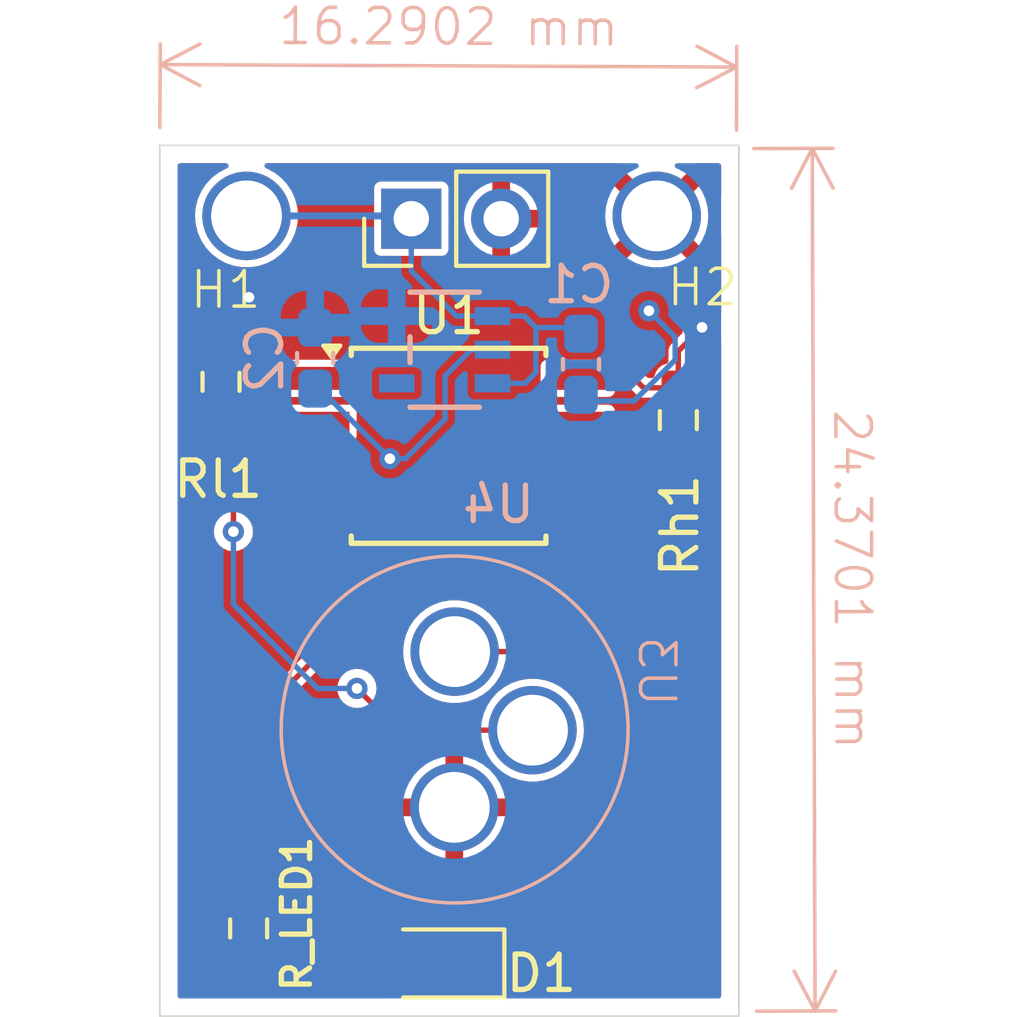
<source format=kicad_pcb>
(kicad_pcb (version 20240108) (generator "pcbnew") (generator_version "8.0")
  (layers (0 "F.Cu" signal) (31 "B.Cu" signal) (34 "B.Paste" user) (35 "F.Paste" user) (36 "B.SilkS" user "B.Silkscreen") (37 "F.SilkS" user "F.Silkscreen") (38 "B.Mask" user) (39 "F.Mask" user) (44 "Edge.Cuts" user))
  (net 0 "")
  (net 1 "GND")
  (net 2 "Alcohol_out")
  (net 3 "Net-(D1-A)")
  (net 4 "Net-(U1-AREF{slash}PB0)")
  (net 10 "VCC")
  (net 11 "Net-(U3-Vh+)")
  (net 12 "VDD_1.8V")
  (footprint "Resistor_SMD:R_0603_1608Metric_Pad0.98x0.95mm_HandSolder" (layer "F.Cu") (at 180.7 93.07 90)
    (property "Reference" "Rh1" (at -2.98 0.04 90) (layer "F.SilkS"))
    (property "Value" "R")
    (fp_line (start -0.254724 -0.5225) (end 0.254724 -0.5225) (stroke (width 0.12)) (layer "F.SilkS"))
    (fp_line (start -0.254724 0.5225) (end 0.254724 0.5225) (stroke (width 0.12)) (layer "F.SilkS"))
    (pad "1" smd roundrect (at -0.9125 0 90) (size 0.975 0.95) (layers "F.Cu" "F.Paste" "F.Mask") (net 11 "Net-(U3-Vh+)"))
    (pad "2" smd roundrect (at 0.9125 0 90) (size 0.975 0.95) (layers "F.Cu" "F.Paste" "F.Mask") (net 12 "VDD_1.8V"))
  )
  (footprint "Resistor_SMD:R_0603_1608Metric_Pad0.98x0.95mm_HandSolder" (layer "F.Cu") (at 167.78 91.9875 90)
    (property "Reference" "Rl1" (at -2.7525 -0.08 180) (layer "F.SilkS"))
    (property "Value" "R")
    (fp_line (start -0.254724 -0.5225) (end 0.254724 -0.5225) (stroke (width 0.12)) (layer "F.SilkS"))
    (fp_line (start -0.254724 0.5225) (end 0.254724 0.5225) (stroke (width 0.12)) (layer "F.SilkS"))
    (pad "1" smd roundrect (at -0.9125 0 90) (size 0.975 0.95) (layers "F.Cu" "F.Paste" "F.Mask") (net 2 "Alcohol_out"))
    (pad "2" smd roundrect (at 0.9125 0 90) (size 0.975 0.95) (layers "F.Cu" "F.Paste" "F.Mask") (net 12 "VDD_1.8V"))
  )
  (footprint "Connector_PinHeader_2.54mm:PinHeader_1x02_P2.54mm_Vertical" (layer "F.Cu") (at 173.155 87.38 90)
    (property "Reference" "J1" (hide yes))
    (property "Value" "Conn_01x02_Pin")
    (fp_line (start -1.33 -1.33) (end 0 -1.33) (stroke (width 0.12)) (layer "F.SilkS"))
    (fp_line (start -1.33 0) (end -1.33 -1.33) (stroke (width 0.12)) (layer "F.SilkS"))
    (fp_line (start 1.33 1.27) (end 1.33 3.87) (stroke (width 0.12)) (layer "F.SilkS"))
    (fp_line (start -1.33 1.27) (end 1.33 1.27) (stroke (width 0.12)) (layer "F.SilkS"))
    (fp_line (start -1.33 1.27) (end -1.33 3.87) (stroke (width 0.12)) (layer "F.SilkS"))
    (fp_line (start -1.33 3.87) (end 1.33 3.87) (stroke (width 0.12)) (layer "F.SilkS"))
    (pad "1" thru_hole rect (at 0 0 90) (size 1.7 1.7) (drill 1) (layers "*.Cu" "*.Mask") (net 10 "VCC"))
    (pad "2" thru_hole oval (at 0 2.54 90) (size 1.7 1.7) (drill 1) (layers "*.Cu" "*.Mask") (net 1 "GND"))
  )
  (footprint "Resistor_SMD:R_0603_1608Metric_Pad0.98x0.95mm_HandSolder" (layer "F.Cu") (at 168.56 107.43 -90)
    (property "Reference" "R_LED1" (at -0.41 -1.36 -90) (layer "F.SilkS") (effects (font (size 0.8 0.8))))
    (property "Value" "R")
    (fp_line (start -0.254724 0.5225) (end 0.254724 0.5225) (stroke (width 0.12)) (layer "F.SilkS"))
    (fp_line (start -0.254724 -0.5225) (end 0.254724 -0.5225) (stroke (width 0.12)) (layer "F.SilkS"))
    (pad "1" smd roundrect (at -0.9125 0 270) (size 0.975 0.95) (layers "F.Cu" "F.Paste" "F.Mask") (net 4 "Net-(U1-AREF{slash}PB0)"))
    (pad "2" smd roundrect (at 0.9125 0 270) (size 0.975 0.95) (layers "F.Cu" "F.Paste" "F.Mask") (net 3 "Net-(D1-A)"))
  )
  (footprint "MountingHole:MT_Hole" (layer "F.Cu") (at 180.09 87.3)
    (property "Reference" "H2" (at 1.29 2.02 0) (layer "F.SilkS") (effects (font (thickness 0.1))))
    (property "Value" "MountingHole_Pad")
    (pad "1" thru_hole circle (at 0 0) (size 2.5 2.5) (drill 2) (layers "*.Cu" "*.Mask") (net 1 "GND"))
  )
  (footprint "MountingHole:MT_Hole" (layer "F.Cu") (at 168.5 87.3)
    (property "Reference" "H1" (at -0.59 2.09 0) (layer "F.SilkS") (effects (font (thickness 0.1))))
    (property "Value" "MountingHole_Pad")
    (pad "1" thru_hole circle (at 0 0) (size 2.5 2.5) (drill 2) (layers "*.Cu" "*.Mask") (net 10 "VCC"))
  )
  (footprint "Package_SO:SOIC-8W_5.3x5.3mm_P1.27mm" (layer "F.Cu") (at 174.21 93.795)
    (property "Reference" "U1" (at 0 -3.68 0) (layer "F.SilkS"))
    (property "Value" "ATtiny85-20S")
    (fp_line (start -2.75 -2.755) (end -2.75 -2.55) (stroke (width 0.15)) (layer "F.SilkS"))
    (fp_line (start -2.75 -2.755) (end 2.75 -2.755) (stroke (width 0.15)) (layer "F.SilkS"))
    (fp_line (start -2.75 2.755) (end -2.75 2.55) (stroke (width 0.15)) (layer "F.SilkS"))
    (fp_line (start -2.75 2.755) (end 2.75 2.755) (stroke (width 0.15)) (layer "F.SilkS"))
    (fp_line (start 2.75 -2.755) (end 2.75 -2.55) (stroke (width 0.15)) (layer "F.SilkS"))
    (fp_line (start 2.75 2.755) (end 2.75 2.55) (stroke (width 0.15)) (layer "F.SilkS"))
    (fp_poly (pts (xy -3.3 -2.5) (xy -3.54 -2.83) (xy -3.06 -2.83) (xy -3.3 -2.5)) (stroke (width 0.12)) (fill solid) (layer "F.SilkS"))
    (pad "1" smd rect (at -3.65 -1.905) (size 1.7 0.65) (layers "F.Cu" "F.Paste" "F.Mask"))
    (pad "2" smd rect (at -3.65 -0.635) (size 1.7 0.65) (layers "F.Cu" "F.Paste" "F.Mask") (net 2 "Alcohol_out"))
    (pad "3" smd rect (at -3.65 0.635) (size 1.7 0.65) (layers "F.Cu" "F.Paste" "F.Mask"))
    (pad "4" smd rect (at -3.65 1.905) (size 1.7 0.65) (layers "F.Cu" "F.Paste" "F.Mask") (net 1 "GND"))
    (pad "5" smd rect (at 3.65 1.905) (size 1.7 0.65) (layers "F.Cu" "F.Paste" "F.Mask") (net 4 "Net-(U1-AREF{slash}PB0)"))
    (pad "6" smd rect (at 3.65 0.635) (size 1.7 0.65) (layers "F.Cu" "F.Paste" "F.Mask"))
    (pad "7" smd rect (at 3.65 -0.635) (size 1.7 0.65) (layers "F.Cu" "F.Paste" "F.Mask"))
    (pad "8" smd rect (at 3.65 -1.905) (size 1.7 0.65) (layers "F.Cu" "F.Paste" "F.Mask") (net 12 "VDD_1.8V"))
  )
  (footprint "LED_SMD:LED_0805_2012Metric_Pad1.15x1.40mm_HandSolder" (layer "F.Cu") (at 173.925 108.42 180)
    (property "Reference" "D1" (at -2.905 -0.28 180) (layer "F.SilkS"))
    (property "Value" "LED")
    (fp_line (start 1 -0.96) (end -1.86 -0.96) (stroke (width 0.12)) (layer "F.SilkS"))
    (fp_line (start -1.86 0.96) (end 1 0.96) (stroke (width 0.12)) (layer "F.SilkS"))
    (fp_line (start -1.86 -0.96) (end -1.86 0.96) (stroke (width 0.12)) (layer "F.SilkS"))
    (pad "1" smd roundrect (at -1.025 0 180) (size 1.15 1.4) (layers "F.Cu" "F.Paste" "F.Mask") (roundrect_rratio 0.217391) (net 1 "GND"))
    (pad "2" smd roundrect (at 1.025 0 180) (size 1.15 1.4) (layers "F.Cu" "F.Paste" "F.Mask") (roundrect_rratio 0.217391) (net 3 "Net-(D1-A)"))
  )
  (footprint "Capacitor_SMD:C_0603_1608Metric_Pad1.08x0.95mm_HandSolder" (layer "B.Cu") (at 177.95 91.4925 -90)
    (property "Reference" "C1" (at -2.2525 0.06 0) (layer "B.SilkS") (effects (justify mirror)))
    (property "Value" "C")
    (fp_line (start 0.146267 0.51) (end -0.146267 0.51) (stroke (width 0.12)) (layer "B.SilkS"))
    (fp_line (start 0.146267 -0.51) (end -0.146267 -0.51) (stroke (width 0.12)) (layer "B.SilkS"))
    (pad "1" smd roundrect (at -0.8625 0 270) (size 1.075 0.95) (layers "B.Cu" "B.Paste" "B.Mask") (net 10 "VCC"))
    (pad "2" smd roundrect (at 0.8625 0 270) (size 1.075 0.95) (layers "B.Cu" "B.Paste" "B.Mask") (net 1 "GND"))
  )
  (footprint "MQ303:MQ303" (layer "B.Cu") (at 174.38 101.81 180)
    (property "Reference" "U3" (at -5.71 1.64 -90) (layer "B.SilkS") (effects (font (thickness 0.1)) (justify mirror)))
    (property "Value" "~")
    (fp_circle (center 0 0) (end 4.9 0) (stroke (width 0.1)) (fill none) (layer "B.SilkS"))
    (pad "1" thru_hole circle (at 0 2.2 180) (size 2.5 2.5) (drill 2) (layers "*.Cu" "*.Mask") (net 11 "Net-(U3-Vh+)"))
    (pad "2" thru_hole circle (at -2.2 -0.02 180) (size 2.5 2.5) (drill 2) (layers "*.Cu" "*.Mask") (net 2 "Alcohol_out"))
    (pad "3" thru_hole circle (at 0.01 -2.2 180) (size 2.5 2.5) (drill 2) (layers "*.Cu" "*.Mask") (net 1 "GND"))
  )
  (footprint "MIC5504_1.8V:SOT23-5LD-PL-1_MCH" (layer "B.Cu") (at 174.09745 91.079999 180)
    (property "Reference" "U4" (at -1.52255 -4.370001 0) (layer "B.SilkS") (effects (justify mirror)))
    (property "Value" "MIC5504-1.8YM5-TR")
    (fp_line (start 0.9779 0.363261) (end 0.9779 -0.363261) (stroke (width 0.1524)) (layer "B.SilkS"))
    (fp_line (start 0.9779 -1.6256) (end -0.9779 -1.6256) (stroke (width 0.1524)) (layer "B.SilkS"))
    (fp_line (start -0.9779 1.6256) (end 0.9779 1.6256) (stroke (width 0.1524)) (layer "B.SilkS"))
    (pad "1" smd rect (at -1.35255 0.950001 180) (size 1.0033 0.508) (layers "B.Cu" "B.Paste" "B.Mask") (net 10 "VCC"))
    (pad "2" smd rect (at -1.35255 0 180) (size 1.0033 0.508) (layers "B.Cu" "B.Paste" "B.Mask") (net 1 "GND"))
    (pad "3" smd rect (at -1.35255 -0.950001 180) (size 1.0033 0.508) (layers "B.Cu" "B.Paste" "B.Mask") (net 10 "VCC"))
    (pad "4" smd rect (at 1.35255 -0.950001 180) (size 1.0033 0.508) (layers "B.Cu" "B.Paste" "B.Mask"))
    (pad "5" smd rect (at 1.35255 0.950001 180) (size 1.0033 0.508) (layers "B.Cu" "B.Paste" "B.Mask") (net 12 "VDD_1.8V"))
  )
  (footprint "Capacitor_SMD:C_0603_1608Metric_Pad1.08x0.95mm_HandSolder" (layer "B.Cu") (at 170.44 91.3175 -90)
    (property "Reference" "C2" (at 0 1.43 -90) (layer "B.SilkS") (effects (justify mirror)))
    (property "Value" "C")
    (fp_line (start 0.146267 0.51) (end -0.146267 0.51) (stroke (width 0.12)) (layer "B.SilkS"))
    (fp_line (start 0.146267 -0.51) (end -0.146267 -0.51) (stroke (width 0.12)) (layer "B.SilkS"))
    (pad "1" smd roundrect (at -0.8625 0 270) (size 1.075 0.95) (layers "B.Cu" "B.Paste" "B.Mask") (net 12 "VDD_1.8V"))
    (pad "2" smd roundrect (at 0.8625 0 270) (size 1.075 0.95) (layers "B.Cu" "B.Paste" "B.Mask") (net 1 "GND"))
  )
  (gr_rect (start 166.05 85.31) (end 182.41 109.91) (stroke (width 0.05)) (fill none) (layer "Edge.Cuts"))
  (dimension (type aligned) (layer "B.SilkS") (pts (xy 166.05 85.31) (xy 182.34 85.38)) (height -2.28412) (gr_text "16.2902 mm" (at 174.209542 81.960911 359.753795) (layer "B.SilkS") (effects (font (size 1 1) (thickness 0.1)))) (format (prefix "") (suffix "") (units 3) (units_format 1) (precision 4)) (style (thickness 0.1) (arrow_length 1.27) (text_position_mode 0) (extension_height 0.58642) (extension_offset 0.5) keep_text_aligned))
  (dimension (type aligned) (layer "B.SilkS") (pts (xy 182.33 85.4) (xy 182.41 109.77)) (height -2.153454) (gr_text "24.3701 mm" (at 185.623436 97.57432 270.1880856) (layer "B.SilkS") (effects (font (size 1 1) (thickness 0.1)))) (format (prefix "") (suffix "") (units 3) (units_format 1) (precision 4)) (style (thickness 0.1) (arrow_length 1.27) (text_position_mode 0) (extension_height 0.58642) (extension_offset 0.5) keep_text_aligned))
  (via (at 172.55 94.16) (size 0.6) (drill 0.3) (layers "F.Cu" "B.Cu") (net 1))
  (via (at 179.87 89.98) (size 0.6) (drill 0.3) (layers "F.Cu" "B.Cu") (net 1))
  (segment (start 174.11 91.82) (end 174.11 93.04) (width 0.1524) (layer "B.Cu") (net 1))
  (segment (start 179.87 89.98) (end 180.61 90.72) (width 0.1524) (layer "B.Cu") (net 1))
  (segment (start 175.45 91.079999) (end 174.850001 91.079999) (width 0.1524) (layer "B.Cu") (net 1))
  (segment (start 174.850001 91.079999) (end 174.11 91.82) (width 0.1524) (layer "B.Cu") (net 1))
  (segment (start 180.61 91.37) (end 179.45 92.53) (width 0.1524) (layer "B.Cu") (net 1))
  (segment (start 174.11 93.04) (end 172.99 94.16) (width 0.1524) (layer "B.Cu") (net 1))
  (segment (start 180.61 90.72) (end 180.61 91.37) (width 0.1524) (layer "B.Cu") (net 1))
  (segment (start 172.99 94.16) (end 172.55 94.16) (width 0.1524) (layer "B.Cu") (net 1))
  (segment (start 170.745 92.355) (end 172.55 94.16) (width 0.1524) (layer "B.Cu") (net 1))
  (segment (start 179.45 92.53) (end 177.95 92.53) (width 0.1524) (layer "B.Cu") (net 1))
  (segment (start 170.44 92.355) (end 170.745 92.355) (width 0.1524) (layer "B.Cu") (net 1))
  (segment (start 170.56 93.16) (end 169.12 93.16) (width 0.1524) (layer "F.Cu") (net 2))
  (segment (start 168.85 92.89) (end 168.84 92.9) (width 0.1524) (layer "F.Cu") (net 2))
  (segment (start 168.84 92.9) (end 167.78 92.9) (width 0.1524) (layer "F.Cu") (net 2))
  (segment (start 168.13 95.16) (end 167.78 94.81) (width 0.1524) (layer "F.Cu") (net 2))
  (segment (start 167.78 94.81) (end 167.78 92.9) (width 0.1524) (layer "F.Cu") (net 2))
  (segment (start 168.13 96.22) (end 168.13 95.16) (width 0.1524) (layer "F.Cu") (net 2))
  (segment (start 172.8 101.83) (end 171.62 100.65) (width 0.1524) (layer "F.Cu") (net 2))
  (segment (start 176.58 101.83) (end 172.8 101.83) (width 0.1524) (layer "F.Cu") (net 2))
  (segment (start 169.12 93.16) (end 168.85 92.89) (width 0.1524) (layer "F.Cu") (net 2))
  (via (at 168.13 96.22) (size 0.6) (drill 0.3) (layers "F.Cu" "B.Cu") (net 2))
  (via (at 171.62 100.65) (size 0.6) (drill 0.3) (layers "F.Cu" "B.Cu") (net 2))
  (segment (start 170.51 100.65) (end 171.62 100.65) (width 0.1524) (layer "B.Cu") (net 2))
  (segment (start 168.13 96.22) (end 168.13 98.27) (width 0.1524) (layer "B.Cu") (net 2))
  (segment (start 168.13 98.27) (end 170.51 100.65) (width 0.1524) (layer "B.Cu") (net 2))
  (segment (start 172.8225 108.3425) (end 172.9 108.42) (width 0.1524) (layer "F.Cu") (net 3))
  (segment (start 168.56 108.3425) (end 172.8225 108.3425) (width 0.1524) (layer "F.Cu") (net 3))
  (segment (start 168.56 101.69) (end 174.55 95.7) (width 0.1524) (layer "F.Cu") (net 4))
  (segment (start 168.56 106.43) (end 168.56 101.69) (width 0.1524) (layer "F.Cu") (net 4))
  (segment (start 174.55 95.7) (end 177.86 95.7) (width 0.1524) (layer "F.Cu") (net 4))
  (segment (start 168.63 87.39) (end 168.24 87) (width 0.1524) (layer "F.Cu") (net 10))
  (segment (start 172.89 87.62) (end 172.66 87.39) (width 0.1524) (layer "F.Cu") (net 10))
  (segment (start 173.075 87.3) (end 173.155 87.38) (width 0.2) (layer "B.Cu") (net 10))
  (segment (start 174.43 90.129998) (end 173.155 88.854998) (width 0.1524) (layer "B.Cu") (net 10))
  (segment (start 177.95 90.455) (end 176.675 90.455) (width 0.1524) (layer "B.Cu") (net 10))
  (segment (start 176.675 90.455) (end 176.349998 90.129998) (width 0.1524) (layer "B.Cu") (net 10))
  (segment (start 173.155 88.854998) (end 173.155 87.38) (width 0.1524) (layer "B.Cu") (net 10))
  (segment (start 176.675 91.725) (end 176.675 90.455) (width 0.1524) (layer "B.Cu") (net 10))
  (segment (start 174.43 90.129998) (end 175.45 90.129998) (width 0.1524) (layer "B.Cu") (net 10))
  (segment (start 176.349998 90.129998) (end 175.45 90.129998) (width 0.1524) (layer "B.Cu") (net 10))
  (segment (start 176.37 92.03) (end 176.675 91.725) (width 0.1524) (layer "B.Cu") (net 10))
  (segment (start 175.45 92.03) (end 176.37 92.03) (width 0.1524) (layer "B.Cu") (net 10))
  (segment (start 168.5 87.3) (end 173.075 87.3) (width 0.2) (layer "B.Cu") (net 10))
  (segment (start 178.31 99.61) (end 180.7 97.22) (width 0.1524) (layer "F.Cu") (net 11))
  (segment (start 180.7 94.07) (end 180.7 97.22) (width 0.1524) (layer "F.Cu") (net 11))
  (segment (start 174.38 99.61) (end 178.31 99.61) (width 0.1524) (layer "F.Cu") (net 11))
  (segment (start 179.45 91.89) (end 177.86 91.89) (width 0.1524) (layer "F.Cu") (net 12))
  (segment (start 179.7175 92.1575) (end 179.45 91.89) (width 0.1524) (layer "F.Cu") (net 12))
  (segment (start 181.37 90.45) (end 180.7 91.12) (width 0.1524) (layer "F.Cu") (net 12))
  (segment (start 177.86 91.89) (end 177.95 91.98) (width 0.1524) (layer "F.Cu") (net 12))
  (segment (start 180.7 92.1575) (end 179.7175 92.1575) (width 0.1524) (layer "F.Cu") (net 12))
  (segment (start 167.78 90.39) (end 168.57 89.6) (width 0.1524) (layer "F.Cu") (net 12))
  (segment (start 180.7 92.07) (end 180.61 91.98) (width 0.1524) (layer "F.Cu") (net 12))
  (segment (start 167.78 91.075) (end 167.78 90.39) (width 0.1524) (layer "F.Cu") (net 12))
  (segment (start 180.7 91.12) (end 180.7 92.07) (width 0.1524) (layer "F.Cu") (net 12))
  (via (at 168.57 89.6) (size 0.6) (drill 0.3) (layers "F.Cu" "B.Cu") (net 12))
  (via (at 181.37 90.45) (size 0.6) (drill 0.3) (layers "F.Cu" "B.Cu") (net 12))
  (segment (start 168.57 89.6) (end 169.4 90.43) (width 0.1524) (layer "B.Cu") (net 12))
  (segment (start 170.29 90.43) (end 170.58 90.14) (width 0.1524) (layer "B.Cu") (net 12))
  (segment (start 170.58 90.14) (end 172.734898 90.14) (width 0.1524) (layer "B.Cu") (net 12))
  (segment (start 172.734898 90.14) (end 172.7449 90.129998) (width 0.1524) (layer "B.Cu") (net 12))
  (segment (start 169.4 90.43) (end 170.29 90.43) (width 0.1524) (layer "B.Cu") (net 12))
  (zone (net 1) (net_name "GND") (layer "F.Cu") (connect_pads (clearance 0.1524)) (min_thickness 0.1524) (fill yes (thermal_gap 0.5) (thermal_bridge_width 0.5))
    (polygon (pts (xy 166.11 85.39) (xy 182.34 85.38) (xy 182.36 109.85) (xy 166.16 109.81)))
  )
  (zone (net 12) (net_name "VDD_1.8V") (layer "B.Cu") (priority 1) (connect_pads (clearance 0.1524)) (min_thickness 0.1524) (fill yes (thermal_gap 0.5) (thermal_bridge_width 0.5))
    (polygon (pts (xy 166.15 85.4) (xy 182.33 85.4) (xy 182.35 109.87) (xy 166.16 109.81) (xy 166.11 85.4)))
  )
)
</source>
